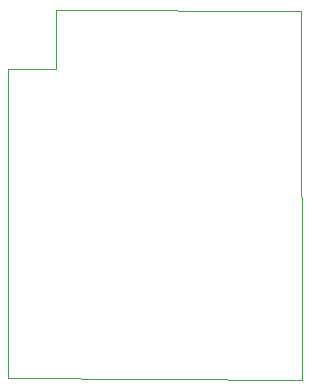
<source format=gbr>
%TF.GenerationSoftware,KiCad,Pcbnew,8.0.0*%
%TF.CreationDate,2024-04-03T23:18:40+02:00*%
%TF.ProjectId,PowerSubsystem,506f7765-7253-4756-9273-797374656d2e,rev?*%
%TF.SameCoordinates,Original*%
%TF.FileFunction,Profile,NP*%
%FSLAX46Y46*%
G04 Gerber Fmt 4.6, Leading zero omitted, Abs format (unit mm)*
G04 Created by KiCad (PCBNEW 8.0.0) date 2024-04-03 23:18:40*
%MOMM*%
%LPD*%
G01*
G04 APERTURE LIST*
%TA.AperFunction,Profile*%
%ADD10C,0.050000*%
%TD*%
G04 APERTURE END LIST*
D10*
X137780000Y-96360000D02*
X112930000Y-96180000D01*
X112950000Y-70010000D02*
X112890000Y-93930000D01*
X112930000Y-96180000D02*
X112890000Y-93930000D01*
X117020000Y-64960000D02*
X137760000Y-65110000D01*
X137760000Y-65110000D02*
X137780000Y-96360000D01*
X116990000Y-70010000D02*
X112950000Y-70010000D01*
X116990000Y-70010000D02*
X117020000Y-64960000D01*
M02*

</source>
